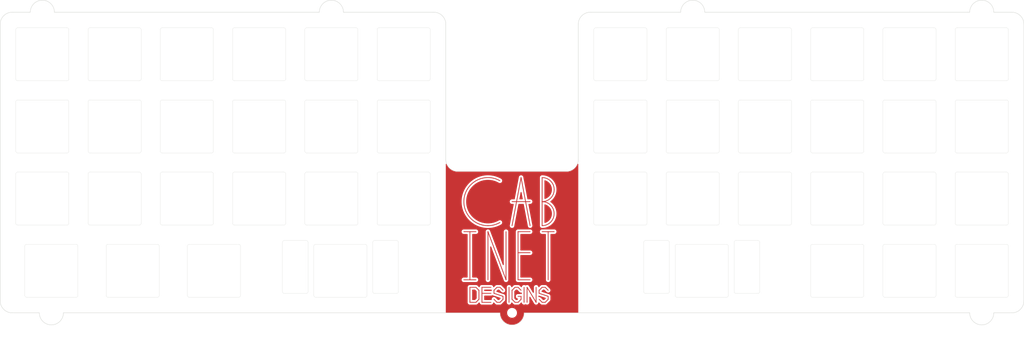
<source format=kicad_pcb>
(kicad_pcb (version 20221018) (generator pcbnew)
  (layers (0 "F.Cu" signal) (31 "B.Cu" signal) (34 "B.Paste" user) (35 "F.Paste" user) (36 "B.SilkS" user "B.Silkscreen") (37 "F.SilkS" user "F.Silkscreen") (38 "B.Mask" user) (39 "F.Mask" user) (44 "Edge.Cuts" user))
  (net 0 "")
  (footprint "PCM_marbastlib-xp-plate-mx:Plate_MX_1u" (layer "F.Cu") (at 120.65 90.4875)
    (fp_text reference "REF**" hide)
    (fp_text value "Plate_MX_1u")
    (fp_line (start -7 -6.5) (end -7 6.5) (stroke (width 0.05)) (layer "Edge.Cuts"))
    (fp_line (start -6.5 7) (end 6.5 7) (stroke (width 0.05)) (layer "Edge.Cuts"))
    (fp_line (start 6.5 -7) (end -6.5 -7) (stroke (width 0.05)) (layer "Edge.Cuts"))
    (fp_line (start 7 6.5) (end 7 -6.5) (stroke (width 0.05)) (layer "Edge.Cuts"))
    (fp_arc (start -7 -6.5) (mid -6.853553 -6.853553) (end -6.5 -7) (stroke (width 0.05)) (layer "Edge.Cuts"))
    (fp_arc (start -6.497236 6.998884) (mid -6.850789 6.852437) (end -6.997236 6.498884) (stroke (width 0.05)) (layer "Edge.Cuts"))
    (fp_arc (start 6.5 -7) (mid 6.853553 -6.853553) (end 7 -6.5) (stroke (width 0.05)) (layer "Edge.Cuts"))
    (fp_arc (start 7 6.5) (mid 6.853553 6.853553) (end 6.5 7) (stroke (width 0.05)) (layer "Edge.Cuts"))
  )
  (footprint "PCM_marbastlib-xp-plate-mx:Plate_MX_1u" (layer "F.Cu") (at 273.05 71.4375)
    (fp_text reference "REF**" hide)
    (fp_text value "Plate_MX_1u")
    (fp_line (start -7 -6.5) (end -7 6.5) (stroke (width 0.05)) (layer "Edge.Cuts"))
    (fp_line (start -6.5 7) (end 6.5 7) (stroke (width 0.05)) (layer "Edge.Cuts"))
    (fp_line (start 6.5 -7) (end -6.5 -7) (stroke (width 0.05)) (layer "Edge.Cuts"))
    (fp_line (start 7 6.5) (end 7 -6.5) (stroke (width 0.05)) (layer "Edge.Cuts"))
    (fp_arc (start -7 -6.5) (mid -6.853553 -6.853553) (end -6.5 -7) (stroke (width 0.05)) (layer "Edge.Cuts"))
    (fp_arc (start -6.497236 6.998884) (mid -6.850789 6.852437) (end -6.997236 6.498884) (stroke (width 0.05)) (layer "Edge.Cuts"))
    (fp_arc (start 6.5 -7) (mid 6.853553 -6.853553) (end 7 -6.5) (stroke (width 0.05)) (layer "Edge.Cuts"))
    (fp_arc (start 7 6.5) (mid 6.853553 6.853553) (end 6.5 7) (stroke (width 0.05)) (layer "Edge.Cuts"))
  )
  (footprint "PCM_marbastlib-xp-plate-mx:Plate_MX_1u" (layer "F.Cu") (at 234.95 71.4375)
    (fp_text reference "REF**" hide)
    (fp_text value "Plate_MX_1u")
    (fp_line (start -7 -6.5) (end -7 6.5) (stroke (width 0.05)) (layer "Edge.Cuts"))
    (fp_line (start -6.5 7) (end 6.5 7) (stroke (width 0.05)) (layer "Edge.Cuts"))
    (fp_line (start 6.5 -7) (end -6.5 -7) (stroke (width 0.05)) (layer "Edge.Cuts"))
    (fp_line (start 7 6.5) (end 7 -6.5) (stroke (width 0.05)) (layer "Edge.Cuts"))
    (fp_arc (start -7 -6.5) (mid -6.853553 -6.853553) (end -6.5 -7) (stroke (width 0.05)) (layer "Edge.Cuts"))
    (fp_arc (start -6.497236 6.998884) (mid -6.850789 6.852437) (end -6.997236 6.498884) (stroke (width 0.05)) (layer "Edge.Cuts"))
    (fp_arc (start 6.5 -7) (mid 6.853553 -6.853553) (end 7 -6.5) (stroke (width 0.05)) (layer "Edge.Cuts"))
    (fp_arc (start 7 6.5) (mid 6.853553 6.853553) (end 6.5 7) (stroke (width 0.05)) (layer "Edge.Cuts"))
  )
  (footprint "PCM_marbastlib-xp-plate-mx:Plate_MX_1u" (layer "F.Cu") (at 196.85 52.3875)
    (fp_text reference "REF**" hide)
    (fp_text value "Plate_MX_1u")
    (fp_line (start -7 -6.5) (end -7 6.5) (stroke (width 0.05)) (layer "Edge.Cuts"))
    (fp_line (start -6.5 7) (end 6.5 7) (stroke (width 0.05)) (layer "Edge.Cuts"))
    (fp_line (start 6.5 -7) (end -6.5 -7) (stroke (width 0.05)) (layer "Edge.Cuts"))
    (fp_line (start 7 6.5) (end 7 -6.5) (stroke (width 0.05)) (layer "Edge.Cuts"))
    (fp_arc (start -7 -6.5) (mid -6.853553 -6.853553) (end -6.5 -7) (stroke (width 0.05)) (layer "Edge.Cuts"))
    (fp_arc (start -6.497236 6.998884) (mid -6.850789 6.852437) (end -6.997236 6.498884) (stroke (width 0.05)) (layer "Edge.Cuts"))
    (fp_arc (start 6.5 -7) (mid 6.853553 -6.853553) (end 7 -6.5) (stroke (width 0.05)) (layer "Edge.Cuts"))
    (fp_arc (start 7 6.5) (mid 6.853553 6.853553) (end 6.5 7) (stroke (width 0.05)) (layer "Edge.Cuts"))
  )
  (footprint "PCM_marbastlib-xp-plate-mx:Plate_MX_2.25u" (layer "F.Cu") (at 103.98125 109.5375 180)
    (fp_text reference "REF**" hide)
    (fp_text value "Plate_MX_2.25u")
    (fp_line (start -15.28125 -5.499999) (end -15.28125 7.500001) (stroke (width 0.05)) (layer "Edge.Cuts"))
    (fp_line (start -14.78125 -5.999999) (end -9.03125 -5.999999) (stroke (width 0.05)) (layer "Edge.Cuts"))
    (fp_line (start -14.78125 8.000001) (end -9.03125 8.000001) (stroke (width 0.05)) (layer "Edge.Cuts"))
    (fp_line (start -8.53125 -5.499999) (end -8.53125 7.500001) (stroke (width 0.05)) (layer "Edge.Cuts"))
    (fp_line (start -7 -6.5) (end -7 6.5) (stroke (width 0.05)) (layer "Edge.Cuts"))
    (fp_line (start -6.5 7) (end 6.5 7) (stroke (width 0.05)) (layer "Edge.Cuts"))
    (fp_line (start 6.5 -7) (end -6.5 -7) (stroke (width 0.05)) (layer "Edge.Cuts"))
    (fp_line (start 7 6.5) (end 7 -6.5) (stroke (width 0.05)) (layer "Edge.Cuts"))
    (fp_line (start 8.53125 -5.499999) (end 8.53125 7.500001) (stroke (width 0.05)) (layer "Edge.Cuts"))
    (fp_line (start 9.03125 -5.999999) (end 14.780039 -5.999999) (stroke (width 0.05)) (layer "Edge.Cuts"))
    (fp_line (start 9.03125 8.000001) (end 14.78125 8.000001) (stroke (width 0.05)) (layer "Edge.Cuts"))
    (fp_line (start 15.280039 -5.499999) (end 15.28125 7.500001) (stroke (width 0.05)) (layer "Edge.Cuts"))
    (fp_arc (start -15.28125 -5.499999) (mid -15.134803 -5.853552) (end -14.78125 -5.999999) (stroke (width 0.05)) (layer "Edge.Cuts"))
    (fp_arc (start -14.78125 8.000001) (mid -15.134803 7.853554) (end -15.28125 7.500001) (stroke (width 0.05)) (layer "Edge.Cuts"))
    (fp_arc (start -9.03125 -5.999999) (mid -8.677697 -5.853552) (end -8.53125 -5.499999) (stroke (width 0.05)) (layer "Edge.Cuts"))
    (fp_arc (start -8.53125 7.500001) (mid -8.677697 7.853554) (end -9.03125 8.000001) (stroke (width 0.05)) (layer "Edge.Cuts"))
    (fp_arc (start -7 -6.5) (mid -6.853553 -6.853553) (end -6.5 -7) (stroke (width 0.05)) (layer "Edge.Cuts"))
    (fp_arc (start -6.497236 6.998884) (mid -6.850789 6.852437) (end -6.997236 6.498884) (stroke (width 0.05)) (layer "Edge.Cuts"))
    (fp_arc (start 6.5 -7) (mid 6.853553 -6.853553) (end 7 -6.5) (stroke (width 0.05)) (layer "Edge.Cuts"))
    (fp_arc (start 7 6.5) (mid 6.853553 6.853553) (end 6.5 7) (stroke (width 0.05)) (layer "Edge.Cuts"))
    (fp_arc (start 8.53125 -5.499999) (mid 8.677685 -5.853565) (end 9.03125 -5.999999) (stroke (width 0.05)) (layer "Edge.Cuts"))
    (fp_arc (start 9.03125 8.000001) (mid 8.677693 7.853543) (end 8.53125 7.500001) (stroke (width 0.05)) (layer "Edge.Cuts"))
    (fp_arc (start 14.780039 -5.999999) (mid 15.133602 -5.853545) (end 15.280039 -5.499999) (stroke (width 0.05)) (layer "Edge.Cuts"))
    (fp_arc (start 15.28125 7.500001) (mid 15.1348 7.853536) (end 14.78125 8.000001) (stroke (width 0.05)) (layer "Edge.Cuts"))
  )
  (footprint "MountingHole:MountingHole_2.1mm" (layer "F.Cu") (at 25.4 41.275)
    (fp_text reference "H1" hide)
    (fp_text value "MountingHole")
    (pad "" np_thru_hole circle (at 0 0) (size 2.1 2.1) (drill 2.1) (layers "*.Cu" "*.Mask"))
  )
  (footprint "PCM_marbastlib-xp-plate-mx:Plate_MX_1u" (layer "F.Cu") (at 177.8 71.4375)
    (fp_text reference "REF**" hide)
    (fp_text value "Plate_MX_1u")
    (fp_line (start -7 -6.5) (end -7 6.5) (stroke (width 0.05)) (layer "Edge.Cuts"))
    (fp_line (start -6.5 7) (end 6.5 7) (stroke (width 0.05)) (layer "Edge.Cuts"))
    (fp_line (start 6.5 -7) (end -6.5 -7) (stroke (width 0.05)) (layer "Edge.Cuts"))
    (fp_line (start 7 6.5) (end 7 -6.5) (stroke (width 0.05)) (layer "Edge.Cuts"))
    (fp_arc (start -7 -6.5) (mid -6.853553 -6.853553) (end -6.5 -7) (stroke (width 0.05)) (layer "Edge.Cuts"))
    (fp_arc (start -6.497236 6.998884) (mid -6.850789 6.852437) (end -6.997236 6.498884) (stroke (width 0.05)) (layer "Edge.Cuts"))
    (fp_arc (start 6.5 -7) (mid 6.853553 -6.853553) (end 7 -6.5) (stroke (width 0.05)) (layer "Edge.Cuts"))
    (fp_arc (start 7 6.5) (mid 6.853553 6.853553) (end 6.5 7) (stroke (width 0.05)) (layer "Edge.Cuts"))
  )
  (footprint "PCM_marbastlib-xp-plate-mx:Plate_MX_1u" (layer "F.Cu") (at 215.9 90.4875)
    (fp_text reference "REF**" hide)
    (fp_text value "Plate_MX_1u")
    (fp_line (start -7 -6.5) (end -7 6.5) (stroke (width 0.05)) (layer "Edge.Cuts"))
    (fp_line (start -6.5 7) (end 6.5 7) (stroke (width 0.05)) (layer "Edge.Cuts"))
    (fp_line (start 6.5 -7) (end -6.5 -7) (stroke (width 0.05)) (layer "Edge.Cuts"))
    (fp_line (start 7 6.5) (end 7 -6.5) (stroke (width 0.05)) (layer "Edge.Cuts"))
    (fp_arc (start -7 -6.5) (mid -6.853553 -6.853553) (end -6.5 -7) (stroke (width 0.05)) (layer "Edge.Cuts"))
    (fp_arc (start -6.497236 6.998884) (mid -6.850789 6.852437) (end -6.997236 6.498884) (stroke (width 0.05)) (layer "Edge.Cuts"))
    (fp_arc (start 6.5 -7) (mid 6.853553 -6.853553) (end 7 -6.5) (stroke (width 0.05)) (layer "Edge.Cuts"))
    (fp_arc (start 7 6.5) (mid 6.853553 6.853553) (end 6.5 7) (stroke (width 0.05)) (layer "Edge.Cuts"))
  )
  (footprint "PCM_marbastlib-xp-plate-mx:Plate_MX_2.75u" (layer "F.Cu") (at 199.23125 109.5375 180)
    (fp_text reference "REF**" hide)
    (fp_text value "Plate_MX_2.75u")
    (fp_line (start -15.28125 -5.499999) (end -15.28125 7.500001) (stroke (width 0.05)) (layer "Edge.Cuts"))
    (fp_line (start -14.78125 -5.999999) (end -9.03125 -5.999999) (stroke (width 0.05)) (layer "Edge.Cuts"))
    (fp_line (start -14.78125 8.000001) (end -9.03125 8.000001) (stroke (width 0.05)) (layer "Edge.Cuts"))
    (fp_line (start -8.53125 -5.499999) (end -8.53125 7.500001) (stroke (width 0.05)) (layer "Edge.Cuts"))
    (fp_line (start -7 -6.5) (end -7 6.5) (stroke (width 0.05)) (layer "Edge.Cuts"))
    (fp_line (start -6.5 7) (end 6.5 7) (stroke (width 0.05)) (layer "Edge.Cuts"))
    (fp_line (start 6.5 -7) (end -6.5 -7) (stroke (width 0.05)) (layer "Edge.Cuts"))
    (fp_line (start 7 6.5) (end 7 -6.5) (stroke (width 0.05)) (layer "Edge.Cuts"))
    (fp_line (start 8.53125 -5.499999) (end 8.53125 7.500001) (stroke (width 0.05)) (layer "Edge.Cuts"))
    (fp_line (start 9.03125 -5.999999) (end 14.780039 -5.999999) (stroke (width 0.05)) (layer "Edge.Cuts"))
    (fp_line (start 9.03125 8.000001) (end 14.78125 8.000001) (stroke (width 0.05)) (layer "Edge.Cuts"))
    (fp_line (start 15.280039 -5.499999) (end 15.28125 7.500001) (stroke (width 0.05)) (layer "Edge.Cuts"))
    (fp_arc (start -15.28125 -5.499999) (mid -15.134803 -5.853552) (end -14.78125 -5.999999) (stroke (width 0.05)) (layer "Edge.Cuts"))
    (fp_arc (start -14.78125 8.000001) (mid -15.134803 7.853554) (end -15.28125 7.500001) (stroke (width 0.05)) (layer "Edge.Cuts"))
    (fp_arc (start -9.03125 -5.999999) (mid -8.677697 -5.853552) (end -8.53125 -5.499999) (stroke (width 0.05)) (layer "Edge.Cuts"))
    (fp_arc (start -8.53125 7.500001) (mid -8.677697 7.853554) (end -9.03125 8.000001) (stroke (width 0.05)) (layer "Edge.Cuts"))
    (fp_arc (start -7 -6.5) (mid -6.853553 -6.853553) (end -6.5 -7) (stroke (width 0.05)) (layer "Edge.Cuts"))
    (fp_arc (start -6.497236 6.998884) (mid -6.850789 6.852437) (end -6.997236 6.498884) (stroke (width 0.05)) (layer "Edge.Cuts"))
    (fp_arc (start 6.5 -7) (mid 6.853553 -6.853553) (end 7 -6.5) (stroke (width 0.05)) (layer "Edge.Cuts"))
    (fp_arc (start 7 6.5) (mid 6.853553 6.853553) (end 6.5 7) (stroke (width 0.05)) (layer "Edge.Cuts"))
    (fp_arc (start 8.53125 -5.499999) (mid 8.677685 -5.853565) (end 9.03125 -5.999999) (stroke (width 0.05)) (layer "Edge.Cuts"))
    (fp_arc (start 9.03125 8.000001) (mid 8.677693 7.853543) (end 8.53125 7.500001) (stroke (width 0.05)) (layer "Edge.Cuts"))
    (fp_arc (start 14.780039 -5.999999) (mid 15.133602 -5.853545) (end 15.280039 -5.499999) (stroke (width 0.05)) (layer "Edge.Cuts"))
    (fp_arc (start 15.28125 7.500001) (mid 15.1348 7.853536) (end 14.78125 8.000001) (stroke (width 0.05)) (layer "Edge.Cuts"))
  )
  (footprint "PCM_marbastlib-xp-plate-mx:Plate_MX_1u" (layer "F.Cu") (at 273.05 109.5375)
    (fp_text reference "REF**" hide)
    (fp_text value "Plate_MX_1u")
    (fp_line (start -7 -6.5) (end -7 6.5) (stroke (width 0.05)) (layer "Edge.Cuts"))
    (fp_line (start -6.5 7) (end 6.5 7) (stroke (width 0.05)) (layer "Edge.Cuts"))
    (fp_line (start 6.5 -7) (end -6.5 -7) (stroke (width 0.05)) (layer "Edge.Cuts"))
    (fp_line (start 7 6.5) (end 7 -6.5) (stroke (width 0.05)) (layer "Edge.Cuts"))
    (fp_arc (start -7 -6.5) (mid -6.853553 -6.853553) (end -6.5 -7) (stroke (width 0.05)) (layer "Edge.Cuts"))
    (fp_arc (start -6.497236 6.998884) (mid -6.850789 6.852437) (end -6.997236 6.498884) (stroke (width 0.05)) (layer "Edge.Cuts"))
    (fp_arc (start 6.5 -7) (mid 6.853553 -6.853553) (end 7 -6.5) (stroke (width 0.05)) (layer "Edge.Cuts"))
    (fp_arc (start 7 6.5) (mid 6.853553 6.853553) (end 6.5 7) (stroke (width 0.05)) (layer "Edge.Cuts"))
  )
  (footprint "MountingHole:MountingHole_2.1mm" (layer "F.Cu") (at 149.225 120.65)
    (fp_text reference "H6" hide)
    (fp_text value "MountingHole")
    (pad "" np_thru_hole circle (at 0 0) (size 2.1 2.1) (drill 2.1) (layers "*.Cu" "*.Mask"))
  )
  (footprint "PCM_marbastlib-xp-plate-mx:Plate_MX_1u" (layer "F.Cu") (at 63.5 52.3875)
    (fp_text reference "REF**" hide)
    (fp_text value "Plate_MX_1u")
    (fp_line (start -7 -6.5) (end -7 6.5) (stroke (width 0.05)) (layer "Edge.Cuts"))
    (fp_line (start -6.5 7) (end 6.5 7) (stroke (width 0.05)) (layer "Edge.Cuts"))
    (fp_line (start 6.5 -7) (end -6.5 -7) (stroke (width 0.05)) (layer "Edge.Cuts"))
    (fp_line (start 7 6.5) (end 7 -6.5) (stroke (width 0.05)) (layer "Edge.Cuts"))
    (fp_arc (start -7 -6.5) (mid -6.853553 -6.853553) (end -6.5 -7) (stroke (width 0.05)) (layer "Edge.Cuts"))
    (fp_arc (start -6.497236 6.998884) (mid -6.850789 6.852437) (end -6.997236 6.498884) (stroke (width 0.05)) (layer "Edge.Cuts"))
    (fp_arc (start 6.5 -7) (mid 6.853553 -6.853553) (end 7 -6.5) (stroke (width 0.05)) (layer "Edge.Cuts"))
    (fp_arc (start 7 6.5) (mid 6.853553 6.853553) (end 6.5 7) (stroke (width 0.05)) (layer "Edge.Cuts"))
  )
  (footprint "PCM_marbastlib-xp-plate-mx:Plate_MX_1u" (layer "F.Cu") (at 25.4 52.3875)
    (fp_text reference "REF**" hide)
    (fp_text value "Plate_MX_1u")
    (fp_line (start -7 -6.5) (end -7 6.5) (stroke (width 0.05)) (layer "Edge.Cuts"))
    (fp_line (start -6.5 7) (end 6.5 7) (stroke (width 0.05)) (layer "Edge.Cuts"))
    (fp_line (start 6.5 -7) (end -6.5 -7) (stroke (width 0.05)) (layer "Edge.Cuts"))
    (fp_line (start 7 6.5) (end 7 -6.5) (stroke (width 0.05)) (layer "Edge.Cuts"))
    (fp_arc (start -7 -6.5) (mid -6.853553 -6.853553) (end -6.5 -7) (stroke (width 0.05)) (layer "Edge.Cuts"))
    (fp_arc (start -6.497236 6.998884) (mid -6.850789 6.852437) (end -6.997236 6.498884) (stroke (width 0.05)) (layer "Edge.Cuts"))
    (fp_arc (start 6.5 -7) (mid 6.853553 -6.853553) (end 7 -6.5) (stroke (width 0.05)) (layer "Edge.Cuts"))
    (fp_arc (start 7 6.5) (mid 6.853553 6.853553) (end 6.5 7) (stroke (width 0.05)) (layer "Edge.Cuts"))
  )
  (footprint "PCM_marbastlib-xp-plate-mx:Plate_MX_1u" (layer "F.Cu") (at 25.4 90.4875)
    (fp_text reference "REF**" hide)
    (fp_text value "Plate_MX_1u")
    (fp_line (start -7 -6.5) (end -7 6.5) (stroke (width 0.05)) (layer "Edge.Cuts"))
    (fp_line (start -6.5 7) (end 6.5 7) (stroke (width 0.05)) (layer "Edge.Cuts"))
    (fp_line (start 6.5 -7) (end -6.5 -7) (stroke (width 0.05)) (layer "Edge.Cuts"))
    (fp_line (start 7 6.5) (end 7 -6.5) (stroke (width 0.05)) (layer "Edge.Cuts"))
    (fp_arc (start -7 -6.5) (mid -6.853553 -6.853553) (end -6.5 -7) (stroke (width 0.05)) (layer "Edge.Cuts"))
    (fp_arc (start -6.497236 6.998884) (mid -6.850789 6.852437) (end -6.997236 6.498884) (stroke (width 0.05)) (layer "Edge.Cuts"))
    (fp_arc (start 6.5 -7) (mid 6.853553 -6.853553) (end 7 -6.5) (stroke (width 0.05)) (layer "Edge.Cuts"))
    (fp_arc (start 7 6.5) (mid 6.853553 6.853553) (end 6.5 7) (stroke (width 0.05)) (layer "Edge.Cuts"))
  )
  (footprint "PCM_marbastlib-xp-plate-mx:Plate_MX_1u" (layer "F.Cu") (at 25.4 71.4375)
    (fp_text reference "REF**" hide)
    (fp_text value "Plate_MX_1u")
    (fp_line (start -7 -6.5) (end -7 6.5) (stroke (width 0.05)) (layer "Edge.Cuts"))
    (fp_line (start -6.5 7) (end 6.5 7) (stroke (width 0.05)) (layer "Edge.Cuts"))
    (fp_line (start 6.5 -7) (end -6.5 -7) (stroke (width 0.05)) (layer "Edge.Cuts"))
    (fp_line (start 7 6.5) (end 7 -6.5) (stroke (width 0.05)) (layer "Edge.Cuts"))
    (fp_arc (start -7 -6.5) (mid -6.853553 -6.853553) (end -6.5 -7) (stroke (width 0.05)) (layer "Edge.Cuts"))
    (fp_arc (start -6.497236 6.998884) (mid -6.850789 6.852437) (end -6.997236 6.498884) (stroke (width 0.05)) (layer "Edge.Cuts"))
    (fp_arc (start 6.5 -7) (mid 6.853553 -6.853553) (end 7 -6.5) (stroke (width 0.05)) (layer "Edge.Cuts"))
    (fp_arc (start 7 6.5) (mid 6.853553 6.853553) (end 6.5 7) (stroke (width 0.05)) (layer "Edge.Cuts"))
  )
  (footprint "MountingHole:MountingHole_2.1mm" (layer "F.Cu") (at 273.05 41.275)
    (fp_text reference "H4" hide)
    (fp_text value "MountingHole")
    (pad "" np_thru_hole circle (at 0 0) (size 2.1 2.1) (drill 2.1) (layers "*.Cu" "*.Mask"))
  )
  (footprint "PCM_marbastlib-xp-plate-mx:Plate_MX_1u" (layer "F.Cu") (at 63.5 90.4875)
    (fp_text reference "REF**" hide)
    (fp_text value "Plate_MX_1u")
    (fp_line (start -7 -6.5) (end -7 6.5) (stroke (width 0.05)) (layer "Edge.Cuts"))
    (fp_line (start -6.5 7) (end 6.5 7) (stroke (width 0.05)) (layer "Edge.Cuts"))
    (fp_line (start 6.5 -7) (end -6.5 -7) (stroke (width 0.05)) (layer "Edge.Cuts"))
    (fp_line (start 7 6.5) (end 7 -6.5) (stroke (width 0.05)) (layer "Edge.Cuts"))
    (fp_arc (start -7 -6.5) (mid -6.853553 -6.853553) (end -6.5 -7) (stroke (width 0.05)) (layer "Edge.Cuts"))
    (fp_arc (start -6.497236 6.998884) (mid -6.850789 6.852437) (end -6.997236 6.498884) (stroke (width 0.05)) (layer "Edge.Cuts"))
    (fp_arc (start 6.5 -7) (mid 6.853553 -6.853553) (end 7 -6.5) (stroke (width 0.05)) (layer "Edge.Cuts"))
    (fp_arc (start 7 6.5) (mid 6.853553 6.853553) (end 6.5 7) (stroke (width 0.05)) (layer "Edge.Cuts"))
  )
  (footprint "MountingHole:MountingHole_2.1mm" (layer "F.Cu") (at 27.78125 120.65)
    (fp_text reference "H5" hide)
    (fp_text value "MountingHole")
    (pad "" np_thru_hole circle (at 0 0) (size 2.1 2.1) (drill 2.1) (layers "*.Cu" "*.Mask"))
  )
  (footprint "PCM_marbastlib-xp-plate-mx:Plate_MX_1u" (layer "F.Cu") (at 101.6 90.4875)
    (fp_text reference "REF**" hide)
    (fp_text value "Plate_MX_1u")
    (fp_line (start -7 -6.5) (end -7 6.5) (stroke (width 0.05)) (layer "Edge.Cuts"))
    (fp_line (start -6.5 7) (end 6.5 7) (stroke (width 0.05)) (layer "Edge.Cuts"))
    (fp_line (start 6.5 -7) (end -6.5 -7) (stroke (width 0.05)) (layer "Edge.Cuts"))
    (fp_line (start 7 6.5) (end 7 -6.5) (stroke (width 0.05)) (layer "Edge.Cuts"))
    (fp_arc (start -7 -6.5) (mid -6.853553 -6.853553) (end -6.5 -7) (stroke (width 0.05)) (layer "Edge.Cuts"))
    (fp_arc (start -6.497236 6.998884) (mid -6.850789 6.852437) (end -6.997236 6.498884) (stroke (width 0.05)) (layer "Edge.Cuts"))
    (fp_arc (start 6.5 -7) (mid 6.853553 -6.853553) (end 7 -6.5) (stroke (width 0.05)) (layer "Edge.Cuts"))
    (fp_arc (start 7 6.5) (mid 6.853553 6.853553) (end 6.5 7) (stroke (width 0.05)) (layer "Edge.Cuts"))
  )
  (footprint "PCM_marbastlib-xp-plate-mx:Plate_MX_1u" (layer "F.Cu") (at 101.6 52.3875)
    (fp_text reference "REF**" hide)
    (fp_text value "Plate_MX_1u")
    (fp_line (start -7 -6.5) (end -7 6.5) (stroke (width 0.05)) (layer "Edge.Cuts"))
    (fp_line (start -6.5 7) (end 6.5 7) (stroke (width 0.05)) (layer "Edge.Cuts"))
    (fp_line (start 6.5 -7) (end -6.5 -7) (stroke (width 0.05)) (layer "Edge.Cuts"))
    (fp_line (start 7 6.5) (end 7 -6.5) (stroke (width 0.05)) (layer "Edge.Cuts"))
    (fp_arc (start -7 -6.5) (mid -6.853553 -6.853553) (end -6.5 -7) (stroke (width 0.05)) (layer "Edge.Cuts"))
    (fp_arc (start -6.497236 6.998884) (mid -6.850789 6.852437) (end -6.997236 6.498884) (stroke (width 0.05)) (layer "Edge.Cuts"))
    (fp_arc (start 6.5 -7) (mid 6.853553 -6.853553) (end 7 -6.5) (stroke (width 0.05)) (layer "Edge.Cuts"))
    (fp_arc (start 7 6.5) (mid 6.853553 6.853553) (end 6.5 7) (stroke (width 0.05)) (layer "Edge.Cuts"))
  )
  (footprint "PCM_marbastlib-xp-plate-mx:Plate_MX_1u" (layer "F.Cu") (at 44.45 90.4875)
    (fp_text reference "REF**" hide)
    (fp_text value "Plate_MX_1u")
    (fp_line (start -7 -6.5) (end -7 6.5) (stroke (width 0.05)) (layer "Edge.Cuts"))
    (fp_line (start -6.5 7) (end 6.5 7) (stroke (width 0.05)) (layer "Edge.Cuts"))
    (fp_line (start 6.5 -7) (end -6.5 -7) (stroke (width 0.05)) (layer "Edge.Cuts"))
    (fp_line (start 7 6.5) (end 7 -6.5) (stroke (width 0.05)) (layer "Edge.Cuts"))
    (fp_arc (start -7 -6.5) (mid -6.853553 -6.853553) (end -6.5 -7) (stroke (width 0.05)) (layer "Edge.Cuts"))
    (fp_arc (start -6.497236 6.998884) (mid -6.850789 6.852437) (end -6.997236 6.498884) (stroke (width 0.05)) (layer "Edge.Cuts"))
    (fp_arc (start 6.5 -7) (mid 6.853553 -6.853553) (end 7 -6.5) (stroke (width 0.05)) (layer "Edge.Cuts"))
    (fp_arc (start 7 6.5) (mid 6.853553 6.853553) (end 6.5 7) (stroke (width 0.05)) (layer "Edge.Cuts"))
  )
  (footprint "PCM_marbastlib-xp-plate-mx:Plate_MX_1u" (layer "F.Cu") (at 196.85 90.4875)
    (fp_text reference "REF**" hide)
    (fp_text value "Plate_MX_1u")
    (fp_line (start -7 -6.5) (end -7 6.5) (stroke (width 0.05)) (layer "Edge.Cuts"))
    (fp_line (start -6.5 7) (end 6.5 7) (stroke (width 0.05)) (layer "Edge.Cuts"))
    (fp_line (start 6.5 -7) (end -6.5 -7) (stroke (width 0.05)) (layer "Edge.Cuts"))
    (fp_line (start 7 6.5) (end 7 -6.5) (stroke (width 0.05)) (layer "Edge.Cuts"))
    (fp_arc (start -7 -6.5) (mid -6.853553 -6.853553) (end -6.5 -7) (stroke (width 0.05)) (layer "Edge.Cuts"))
    (fp_arc (start -6.497236 6.998884) (mid -6.850789 6.852437) (end -6.997236 6.498884) (stroke (width 0.05)) (layer "Edge.Cuts"))
    (fp_arc (start 6.5 -7) (mid 6.853553 -6.853553) (end 7 -6.5) (stroke (width 0.05)) (layer "Edge.Cuts"))
    (fp_arc (start 7 6.5) (mid 6.853553 6.853553) (end 6.5 7) (stroke (width 0.05)) (layer "Edge.Cuts"))
  )
  (footprint "PCM_marbastlib-xp-plate-mx:Plate_MX_1u" (layer "F.Cu") (at 215.9 71.4375)
    (fp_text reference "REF**" hide)
    (fp_text value "Plate_MX_1u")
    (fp_line (start -7 -6.5) (end -7 6.5) (stroke (width 0.05)) (layer "Edge.Cuts"))
    (fp_line (start -6.5 7) (end 6.5 7) (stroke (width 0.05)) (layer "Edge.Cuts"))
    (fp_line (start 6.5 -7) (end -6.5 -7) (stroke (width 0.05)) (layer "Edge.Cuts"))
    (fp_line (start 7 6.5) (end 7 -6.5) (stroke (width 0.05)) (layer "Edge.Cuts"))
    (fp_arc (start -7 -6.5) (mid -6.853553 -6.853553) (end -6.5 -7) (stroke (width 0.05)) (layer "Edge.Cuts"))
    (fp_arc (start -6.497236 6.998884) (mid -6.850789 6.852437) (end -6.997236 6.498884) (stroke (width 0.05)) (layer "Edge.Cuts"))
    (fp_arc (start 6.5 -7) (mid 6.853553 -6.853553) (end 7 -6.5) (stroke (width 0.05)) (layer "Edge.Cuts"))
    (fp_arc (start 7 6.5) (mid 6.853553 6.853553) (end 6.5 7) (stroke (width 0.05)) (layer "Edge.Cuts"))
  )
  (footprint "PCM_marbastlib-xp-plate-mx:Plate_MX_1u" (layer "F.Cu") (at 82.55 90.4875)
    (fp_text reference "REF**" hide)
    (fp_text value "Plate_MX_1u")
    (fp_line (start -7 -6.5) (end -7 6.5) (stroke (width 0.05)) (layer "Edge.Cuts"))
    (fp_line (start -6.5 7) (end 6.5 7) (stroke (width 0.05)) (layer "Edge.Cuts"))
    (fp_line (start 6.5 -7) (end -6.5 -7) (stroke (width 0.05)) (layer "Edge.Cuts"))
    (fp_line (start 7 6.5) (end 7 -6.5) (stroke (width 0.05)) (layer "Edge.Cuts"))
    (fp_arc (start -7 -6.5) (mid -6.853553 -6.853553) (end -6.5 -7) (stroke (width 0.05)) (layer "Edge.Cuts"))
    (fp_arc (start -6.497236 6.998884) (mid -6.850789 6.852437) (end -6.997236 6.498884) (stroke (width 0.05)) (layer "Edge.Cuts"))
    (fp_arc (start 6.5 -7) (mid 6.853553 -6.853553) (end 7 -6.5) (stroke (width 0.05)) (layer "Edge.Cuts"))
    (fp_arc (start 7 6.5) (mid 6.853553 6.853553) (end 6.5 7) (stroke (width 0.05)) (layer "Edge.Cuts"))
  )
  (footprint "PCM_marbastlib-xp-plate-mx:Plate_MX_1u" (layer "F.Cu") (at 254 52.3875)
    (fp_text reference "REF**" hide)
    (fp_text value "Plate_MX_1u")
    (fp_line (start -7 -6.5) (end -7 6.5) (stroke (width 0.05)) (layer "Edge.Cuts"))
    (fp_line (start -6.5 7) (end 6.5 7) (stroke (width 0.05)) (layer "Edge.Cuts"))
    (fp_line (start 6.5 -7) (end -6.5 -7) (stroke (width 0.05)) (layer "Edge.Cuts"))
    (fp_line (start 7 6.5) (end 7 -6.5) (stroke (width 0.05)) (layer "Edge.Cuts"))
    (fp_arc (start -7 -6.5) (mid -6.853553 -6.853553) (end -6.5 -7) (stroke (width 0.05)) (layer "Edge.Cuts"))
    (fp_arc (start -6.497236 6.998884) (mid -6.850789 6.852437) (end -6.997236 6.498884) (stroke (width 0.05)) (layer "Edge.Cuts"))
    (fp_arc (start 6.5 -7) (mid 6.853553 -6.853553) (end 7 -6.5) (stroke (width 0.05)) (layer "Edge.Cuts"))
    (fp_arc (start 7 6.5) (mid 6.853553 6.853553) (end 6.5 7) (stroke (width 0.05)) (layer "Edge.Cuts"))
  )
  (footprint "PCM_marbastlib-xp-plate-mx:Plate_MX_1u" (layer "F.Cu") (at 49.2125 109.5375)
    (fp_text reference "REF**" hide)
    (fp_text value "Plate_MX_1u")
    (fp_line (start -7 -6.5) (end -7 6.5) (stroke (width 0.05)) (layer "Edge.Cuts"))
    (fp_line (start -6.5 7) (end 6.5 7) (stroke (width 0.05)) (layer "Edge.Cuts"))
    (fp_line (start 6.5 -7) (end -6.5 -7) (stroke (width 0.05)) (layer "Edge.Cuts"))
    (fp_line (start 7 6.5) (end 7 -6.5) (stroke (width 0.05)) (layer "Edge.Cuts"))
    (fp_arc (start -7 -6.5) (mid -6.853553 -6.853553) (end -6.5 -7) (stroke (width 0.05)) (layer "Edge.Cuts"))
    (fp_arc (start -6.497236 6.998884) (mid -6.850789 6.852437) (end -6.997236 6.498884) (stroke (width 0.05)) (layer "Edge.Cuts"))
    (fp_arc (start 6.5 -7) (mid 6.853553 -6.853553) (end 7 -6.5) (stroke (width 0.05)) (layer "Edge.Cuts"))
    (fp_arc (start 7 6.5) (mid 6.853553 6.853553) (end 6.5 7) (stroke (width 0.05)) (layer "Edge.Cuts"))
  )
  (footprint "PCM_marbastlib-xp-plate-mx:Plate_MX_1.25u" (layer "F.Cu") (at 27.78125 109.5375)
    (fp_text reference "REF**" hide)
    (fp_text value "Plate_MX_1.25u")
    (fp_line (start -7 -6.5) (end -7 6.5) (stroke (width 0.05)) (layer "Edge.Cuts"))
    (fp_line (start -6.5 7) (end 6.5 7) (stroke (width 0.05)) (layer "Edge.Cuts"))
    (fp_line (start 6.5 -7) (end -6.5 -7) (stroke (width 0.05)) (layer "Edge.Cuts"))
    (fp_line (start 7 6.5) (end 7 -6.5) (stroke (width 0.05)) (layer "Edge.Cuts"))
    (fp_arc (start -7 -6.5) (mid -6.853553 -6.853553) (end -6.5 -7) (stroke (width 0.05)) (layer "Edge.Cuts"))
    (fp_arc (start -6.497236 6.998884) (mid -6.850789 6.852437) (end -6.997236 6.498884) (stroke (width 0.05)) (layer "Edge.Cuts"))
    (fp_arc (start 6.5 -7) (mid 6.853553 -6.853553) (end 7 -6.5) (stroke (width 0.05)) (layer "Edge.Cuts"))
    (fp_arc (start 7 6.5) (mid 6.853553 6.853553) (end 6.5 7) (stroke (width 0.05)) (layer "Edge.Cuts"))
  )
  (footprint "PCM_marbastlib-xp-plate-mx:Plate_MX_1u" (layer "F.Cu") (at 254 109.5375)
    (fp_text reference "REF**" hide)
    (fp_text value "Plate_MX_1u")
    (fp_line (start -7 -6.5) (end -7 6.5) (stroke (width 0.05)) (layer "Edge.Cuts"))
    (fp_line (start -6.5 7) (end 6.5 7) (stroke (width 0.05)) (layer "Edge.Cuts"))
    (fp_line (start 6.5 -7) (end -6.5 -7) (stroke (width 0.05)) (layer "Edge.Cuts"))
    (fp_line (start 7 6.5) (end 7 -6.5) (stroke (width 0.05)) (layer "Edge.Cuts"))
    (fp_arc (start -7 -6.5) (mid -6.853553 -6.853553) (end -6.5 -7) (stroke (width 0.05)) (layer "Edge.Cuts"))
    (fp_arc (start -6.497236 6.998884) (mid -6.850789 6.852437) (end -6.997236 6.498884) (stroke (width 0.05)) (layer "Edge.Cuts"))
    (fp_arc (start 6.5 -7) (mid 6.853553 -6.853553) (end 7 -6.5) (stroke (width 0.05)) (layer "Edge.Cuts"))
    (fp_arc (start 7 6.5) (mid 6.853553 6.853553) (end 6.5 7) (stroke (width 0.05)) (layer "Edge.Cuts"))
  )
  (footprint "PCM_marbastlib-xp-plate-mx:Plate_MX_1u" (layer "F.Cu") (at 254 71.4375)
    (fp_text reference "REF**" hide)
    (fp_text value "Plate_MX_1u")
    (fp_line (start -7 -6.5) (end -7 6.5) (stroke (width 0.05)) (layer "Edge.Cuts"))
    (fp_line (start -6.5 7) (end 6.5 7) (stroke (width 0.05)) (layer "Edge.Cuts"))
    (fp_line (start 6.5 -7) (end -6.5 -7) (stroke (width 0.05)) (layer "Edge.Cuts"))
    (fp_line (start 7 6.5) (end 7 -6.5) (stroke (width 0.05)) (layer "Edge.Cuts"))
    (fp_arc (start -7 -6.5) (mid -6.853553 -6.853553) (end -6.5 -7) (stroke (width 0.05)) (layer "Edge.Cuts"))
    (fp_arc (start -6.497236 6.998884) (mid -6.850789 6.852437) (end -6.997236 6.498884) (stroke (width 0.05)) (layer "Edge.Cuts"))
    (fp_arc (start 6.5 -7) (mid 6.853553 -6.853553) (end 7 -6.5) (stroke (width 0.05)) (layer "Edge.Cuts"))
    (fp_arc (start 7 6.5) (mid 6.853553 6.853553) (end 6.5 7) (stroke (width 0.05)) (layer "Edge.Cuts"))
  )
  (footprint "PCM_marbastlib-xp-plate-mx:Plate_MX_1u" (layer "F.Cu") (at 273.05 90.4875)
    (fp_text reference "REF**" hide)
    (fp_text value "Plate_MX_1u")
    (fp_line (start -7 -6.5) (end -7 6.5) (stroke (width 0.05)) (layer "Edge.Cuts"))
    (fp_line (start -6.5 7) (end 6.5 7) (stroke (width 0.05)) (layer "Edge.Cuts"))
    (fp_line (start 6.5 -7) (end -6.5 -7) (stroke (width 0.05)) (layer "Edge.Cuts"))
    (fp_line (start 7 6.5) (end 7 -6.5) (stroke (width 0.05)) (layer "Edge.Cuts"))
    (fp_arc (start -7 -6.5) (mid -6.853553 -6.853553) (end -6.5 -7) (stroke (width 0.05)) (layer "Edge.Cuts"))
    (fp_arc (start -6.497236 6.998884) (mid -6.850789 6.852437) (end -6.997236 6.498884) (stroke (width 0.05)) (layer "Edge.Cuts"))
    (fp_arc (start 6.5 -7) (mid 6.853553 -6.853553) (end 7 -6.5) (stroke (width 0.05)) (layer "Edge.Cuts"))
    (fp_arc (start 7 6.5) (mid 6.853553 6.853553) (end 6.5 7) (stroke (width 0.05)) (layer "Edge.Cuts"))
  )
  (footprint "PCM_marbastlib-xp-plate-mx:Plate_MX_1u" (layer "F.Cu") (at 196.85 71.4375)
    (fp_text reference "REF**" hide)
    (fp_text value "Plate_MX_1u")
    (fp_line (start -7 -6.5) (end -7 6.5) (stroke (width 0.05)) (layer "Edge.Cuts"))
    (fp_line (start -6.5 7) (end 6.5 7) (stroke (width 0.05)) (layer "Edge.Cuts"))
    (fp_line (start 6.5 -7) (end -6.5 -7) (stroke (width 0.05)) (layer "Edge.Cuts"))
    (fp_line (start 7 6.5) (end 7 -6.5) (stroke (width 0.05)) (layer "Edge.Cuts"))
    (fp_arc (start -7 -6.5) (mid -6.853553 -6.853553) (end -6.5 -7) (stroke (width 0.05)) (layer "Edge.Cuts"))
    (fp_arc (start -6.497236 6.998884) (mid -6.850789 6.852437) (end -6.997236 6.498884) (stroke (width 0.05)) (layer "Edge.Cuts"))
    (fp_arc (start 6.5 -7) (mid 6.853553 -6.853553) (end 7 -6.5) (stroke (width 0.05)) (layer "Edge.Cuts"))
    (fp_arc (start 7 6.5) (mid 6.853553 6.853553) (end 6.5 7) (stroke (width 0.05)) (layer "Edge.Cuts"))
  )
  (footprint "PCM_marbastlib-xp-plate-mx:Plate_MX_1u" (layer "F.Cu") (at 177.8 90.4875)
    (fp_text reference "REF**" hide)
    (fp_text value "Plate_MX_1u")
    (fp_line (start -7 -6.5) (end -7 6.5) (stroke (width 0.05)) (layer "Edge.Cuts"))
    (fp_line (start -6.5 7) (end 6.5 7) (stroke (width 0.05)) (layer "Edge.Cuts"))
    (fp_line (start 6.5 -7) (end -6.5 -7) (stroke (width 0.05)) (layer "Edge.Cuts"))
    (fp_line (start 7 6.5) (end 7 -6.5) (stroke (width 0.05)) (layer "Edge.Cuts"))
    (fp_arc (start -7 -6.5) (mid -6.853553 -6.853553) (end -6.5 -7) (stroke (width 0.05)) (layer "Edge.Cuts"))
    (fp_arc (start -6.497236 6.998884) (mid -6.850789 6.852437) (end -6.997236 6.498884) (stroke (width 0.05)) (layer "Edge.Cuts"))
    (fp_arc (start 6.5 -7) (mid 6.853553 -6.853553) (end 7 -6.5) (stroke (width 0.05)) (layer "Edge.Cuts"))
    (fp_arc (start 7 6.5) (mid 6.853553 6.853553) (end 6.5 7) (stroke (width 0.05)) (layer "Edge.Cuts"))
  )
  (footprint "PCM_marbastlib-xp-plate-mx:Plate_MX_1u" (layer "F.Cu") (at 44.45 52.3875)
    (fp_text reference "REF**" hide)
    (fp_text value "Plate_MX_1u")
    (fp_line (start -7 -6.5) (end -7 6.5) (stroke (width 0.05)) (layer "Edge.Cuts"))
    (fp_line (start -6.5 7) (end 6.5 7) (stroke (width 0.05)) (layer "Edge.Cuts"))
    (fp_line (start 6.5 -7) (end -6.5 -7) (stroke (width 0.05)) (layer "Edge.Cuts"))
    (fp_line (start 7 6.5) (end 7 -6.5) (stroke (width 0.05)) (layer "Edge.Cuts"))
    (fp_arc (start -7 -6.5) (mid -6.853553 -6.853553) (end -6.5 -7) (stroke (width 0.05)) (layer "Edge.Cuts"))
    (fp_arc (start -6.497236 6.998884) (mid -6.850789 6.852437) (end -6.997236 6.498884) (stroke (width 0.05)) (layer "Edge.Cuts"))
    (fp_arc (start 6.5 -7) (mid 6.853553 -6.853553) (end 7 -6.5) (stroke (width 0.05)) (layer "Edge.Cuts"))
    (fp_arc (start 7 6.5) (mid 6.853553 6.853553) (end 6.5 7) (stroke (width 0.05)) (layer "Edge.Cuts"))
  )
  (footprint "PCM_marbastlib-xp-plate-mx:Plate_MX_1u" (layer "F.Cu") (at 177.8 52.3875)
    (fp_text reference "REF**" hide)
    (fp_text value "Plate_MX_1u")
    (fp_line (start -7 -6.5) (end -7 6.5) (stroke (width 0.05)) (layer "Edge.Cuts"))
    (fp_line (start -6.5 7) (end 6.5 7) (stroke (width 0.05)) (layer "Edge.Cuts"))
    (fp_line (start 6.5 -7) (end -6.5 -7) (stroke (width 0.05)) (layer "Edge.Cuts"))
    (fp_line (start 7 6.5) (end 7 -6.5) (stroke (width 0.05)) (layer "Edge.Cuts"))
    (fp_arc (start -7 -6.5) (mid -6.853553 -6.853553) (end -6.5 -7) (stroke (width 0.05)) (layer "Edge.Cuts"))
    (fp_arc (start -6.497236 6.998884) (mid -6.850789 6.852437) (end -6.997236 6.498884) (stroke (width 0.05)) (layer "Edge.Cuts"))
    (fp_arc (start 6.5 -7) (mid 6.853553 -6.853553) (end 7 -6.5) (stroke (width 0.05)) (layer "Edge.Cuts"))
    (fp_arc (start 7 6.5) (mid 6.853553 6.853553) (end 6.5 7) (stroke (width 0.05)) (layer "Edge.Cuts"))
  )
  (footprint "PCM_marbastlib-xp-plate-mx:Plate_MX_1u" (layer "F.Cu") (at 63.5 71.4375)
    (fp_text reference "REF**" hide)
    (fp_text value "Plate_MX_1u")
    (fp_line (start -7 -6.5) (end -7 6.5) (stroke (width 0.05)) (layer "Edge.Cuts"))
    (fp_line (start -6.5 7) (end 6.5 7) (stroke (width 0.05)) (layer "Edge.Cuts"))
    (fp_line (start 6.5 -7) (end -6.5 -7) (stroke (width 0.05)) (layer "Edge.Cuts"))
    (fp_line (start 7 6.5) (end 7 -6.5) (stroke (width 0.05)) (layer "Edge.Cuts"))
    (fp_arc (start -7 -6.5) (mid -6.853553 -6.853553) (end -6.5 -7) (stroke (width 0.05)) (layer "Edge.Cuts"))
    (fp_arc (start -6.497236 6.998884) (mid -6.850789 6.852437) (end -6.997236 6.498884) (stroke (width 0.05)) (layer "Edge.Cuts"))
    (fp_arc (start 6.5 -7) (mid 6.853553 -6.853553) (end 7 -6.5) (stroke (width 0.05)) (layer "Edge.Cuts"))
    (fp_arc (start 7 6.5) (mid 6.853553 6.853553) (end 6.5 7) (stroke (width 0.05)) (layer "Edge.Cuts"))
  )
  (footprint "MountingHole:MountingHole_2.1mm" (layer "F.Cu") (at 101.6 41.275)
    (fp_text reference "H2" hide)
    (fp_text value "MountingHole")
    (pad "" np_thru_hole circle (at 0 0) (size 2.1 2.1) (drill 2.1) (layers "*.Cu" "*.Mask"))
  )
  (footprint "PCM_marbastlib-xp-plate-mx:Plate_MX_1u" (layer "F.Cu") (at 234.95 52.3875)
    (fp_text reference "REF**" hide)
    (fp_text value "Plate_MX_1u")
    (fp_line (start -7 -6.5) (end -7 6.5) (stroke (width 0.05)) (layer "Edge.Cuts"))
    (fp_line (start -6.5 7) (end 6.5 7) (stroke (width 0.05)) (layer "Edge.Cuts"))
    (fp_line (start 6.5 -7) (end -6.5 -7) (stroke (width 0.05)) (layer "Edge.Cuts"))
    (fp_line (start 7 6.5) (end 7 -6.5) (stroke (width 0.05)) (layer "Edge.Cuts"))
    (fp_arc (start -7 -6.5) (mid -6.853553 -6.853553) (end -6.5 -7) (stroke (width 0.05)) (layer "Edge.Cuts"))
    (fp_arc (start -6.497236 6.998884) (mid -6.850789 6.852437) (end -6.997236 6.498884) (stroke (width 0.05)) (layer "Edge.Cuts"))
    (fp_arc (start 6.5 -7) (mid 6.853553 -6.853553) (end 7 -6.5) (stroke (width 0.05)) (layer "Edge.Cuts"))
    (fp_arc (start 7 6.5) (mid 6.853553 6.853553) (end 6.5 7) (stroke (width 0.05)) (layer "Edge.Cuts"))
  )
  (footprint "PCM_marbastlib-xp-plate-mx:Plate_MX_1u" (layer "F.Cu") (at 82.55 71.4375)
    (fp_text reference "REF**" hide)
    (fp_text value "Plate_MX_1u")
    (fp_line (start -7 -6.5) (end -7 6.5) (stroke (width 0.05)) (layer "Edge.Cuts"))
    (fp_line (start -6.5 7) (end 6.5 7) (stroke (width 0.05)) (layer "Edge.Cuts"))
    (fp_line (start 6.5 -7) (end -6.5 -7) (stroke (width 0.05)) (layer "Edge.Cuts"))
    (fp_line (start 7 6.5) (end 7 -6.5) (stroke (width 0.05)) (layer "Edge.Cuts"))
    (fp_arc (start -7 -6.5) (mid -6.853553 -6.853553) (end -6.5 -7) (stroke (width 0.05)) (layer "Edge.Cuts"))
    (fp_arc (start -6.497236 6.998884) (mid -6.850789 6.852437) (end -6.997236 6.498884) (stroke (width 0.05)) (layer "Edge.Cuts"))
    (fp_arc (start 6.5 -7) (mid 6.853553 -6.853553) (end 7 -6.5) (stroke (width 0.05)) (layer "Edge.Cuts"))
    (fp_arc (start 7 6.5) (mid 6.853553 6.853553) (end 6.5 7) (stroke (width 0.05)) (layer "Edge.Cuts"))
  )
  (footprint "PCM_marbastlib-xp-plate-mx:Plate_MX_1u" (layer "F.Cu") (at 82.55 52.3875)
    (fp_text reference "REF**" hide)
    (fp_text value "Plate_MX_1u")
    (fp_line (start -7 -6.5) (end -7 6.5) (stroke (width 0.05)) (layer "Edge.Cuts"))
    (fp_line (start -6.5 7) (end 6.5 7) (stroke (width 0.05)) (layer "Edge.Cuts"))
    (fp_line (start 6.5 -7) (end -6.5 -7) (stroke (width 0.05)) (layer "Edge.Cuts"))
    (fp_line (start 7 6.5) (end 7 -6.5) (stroke (width 0.05)) (layer "Edge.Cuts"))
    (fp_arc (start -7 -6.5) (mid -6.853553 -6.853553) (end -6.5 -7) (stroke (width 0.05)) (layer "Edge.Cuts"))
    (fp_arc (start -6.497236 6.998884) (mid -6.850789 6.852437) (end -6.997236 6.498884) (stroke (width 0.05)) (layer "Edge.Cuts"))
    (fp_arc (start 6.5 -7) (mid 6.853553 -6.853553) (end 7 -6.5) (stroke (width 0.05)) (layer "Edge.Cuts"))
    (fp_arc (start 7 6.5) (mid 6.853553 6.853553) (end 6.5 7) (stroke (width 0.05)) (layer "Edge.Cuts"))
  )
  (footprint "PCM_marbastlib-xp-plate-mx:Plate_MX_1u" (layer "F.Cu") (at 273.05 52.3875)
    (fp_text reference "REF**" hide)
    (fp_text value "Plate_MX_1u")
    (fp_line (start -7 -6.5) (end -7 6.5) (stroke (width 0.05)) (layer "Edge.Cuts"))
    (fp_line (start -6.5 7) (end 6.5 7) (stroke (width 0.05)) (layer "Edge.Cuts"))
    (fp_line (start 6.5 -7) (end -6.5 -7) (stroke (width 0.05)) (layer "Edge.Cuts"))
    (fp_line (start 7 6.5) (end 7 -6.5) (stroke (width 0.05)) (layer "Edge.Cuts"))
    (fp_arc (start -7 -6.5) (mid -6.853553 -6.853553) (end -6.5 -7) (stroke (width 0.05)) (layer "Edge.Cuts"))
    (fp_arc (start -6.497236 6.998884) (mid -6.850789 6.852437) (end -6.997236 6.498884) (stroke (width 0.05)) (layer "Edge.Cuts"))
    (fp_arc (start 6.5 -7) (mid 6.853553 -6.853553) (end 7 -6.5) (stroke (width 0.05)) (layer "Edge.Cuts"))
    (fp_arc (start 7 6.5) (mid 6.853553 6.853553) (end 6.5 7) (stroke (width 0.05)) (layer "Edge.Cuts"))
  )
  (footprint "PCM_marbastlib-xp-plate-mx:Plate_MX_1u" (layer "F.Cu") (at 234.95 90.4875)
    (fp_text reference "REF**" hide)
    (fp_text value "Plate_MX_1u")
    (fp_line (start -7 -6.5) (end -7 6.5) (stroke (width 0.05)) (layer "Edge.Cuts"))
    (fp_line (start -6.5 7) (end 6.5 7) (stroke (width 0.05)) (layer "Edge.Cuts"))
    (fp_line (start 6.5 -7) (end -6.5 -7) (stroke (width 0.05)) (layer "Edge.Cuts"))
    (fp_line (start 7 6.5) (end 7 -6.5) (stroke (width 0.05)) (layer "Edge.Cuts"))
    (fp_arc (start -7 -6.5) (mid -6.853553 -6.853553) (end -6.5 -7) (stroke (width 0.05)) (layer "Edge.Cuts"))
    (fp_arc (start -6.497236 6.998884) (mid -6.850789 6.852437) (end -6.997236 6.498884) (stroke (width 0.05)) (layer "Edge.Cuts"))
    (fp_arc (start 6.5 -7) (mid 6.853553 -6.853553) (end 7 -6.5) (stroke (width 0.05)) (layer "Edge.Cuts"))
    (fp_arc (start 7 6.5) (mid 6.853553 6.853553) (end 6.5 7) (stroke (width 0.05)) (layer "Edge.Cuts"))
  )
  (footprint "PCM_marbastlib-xp-plate-mx:Plate_MX_1.25u" (layer "F.Cu") (at 70.64375 109.5375)
    (fp_text reference "REF**" hide)
    (fp_text value "Plate_MX_1.25u")
    (fp_line (start -7 -6.5) (end -7 6.5) (stroke (width 0.05)) (layer "Edge.Cuts"))
    (fp_line (start -6.5 7) (end 6.5 7) (stroke (width 0.05)) (layer "Edge.Cuts"))
    (fp_line (start 6.5 -7) (end -6.5 -7) (stroke (width 0.05)) (layer "Edge.Cuts"))
    (fp_line (start 7 6.5) (end 7 -6.5) (stroke (width 0.05)) (layer "Edge.Cuts"))
    (fp_arc (start -7 -6.5) (mid -6.853553 -6.853553) (end -6.5 -7) (stroke (width 0.05)) (layer "Edge.Cuts"))
    (fp_arc (start -6.497236 6.998884) (mid -6.850789 6.852437) (end -6.997236 6.498884) (stroke (width 0.05)) (layer "Edge.Cuts"))
    (fp_arc (start 6.5 -7) (mid 6.853553 -6.853553) (end 7 -6.5) (stroke (width 0.05)) (layer "Edge.Cuts"))
    (fp_arc (start 7 6.5) (mid 6.853553 6.853553) (end 6.5 7) (stroke (width 0.05)) (layer "Edge.Cuts"))
  )
  (footprint "MountingHole:MountingHole_2.1mm" (layer "F.Cu") (at 196.85 41.275)
    (fp_text reference "H3" hide)
    (fp_text value "MountingHole")
    (pad "" np_thru_hole circle (at 0 0) (size 2.1 2.1) (drill 2.1) (layers "*.Cu" "*.Mask"))
  )
  (footprint "PCM_marbastlib-xp-plate-mx:Plate_MX_1u" (layer "F.Cu") (at 101.6 71.4375)
    (fp_text reference "REF**" hide)
    (fp_text value "Plate_MX_1u")
    (fp_line (start -7 -6.5) (end -7 6.5) (stroke (width 0.05)) (layer "Edge.Cuts"))
    (fp_line (start -6.5 7) (end 6.5 7) (stroke (width 0.05)) (layer "Edge.Cuts"))
    (fp_line (start 6.5 -7) (end -6.5 -7) (stroke (width 0.05)) (layer "Edge.Cuts"))
    (fp_line (start 7 6.5) (end 7 -6.5) (stroke (width 0.05)) (layer "Edge.Cuts"))
    (fp_arc (start -7 -6.5) (mid -6.853553 -6.853553) (end -6.5 -7) (stroke (width 0.05)) (layer "Edge.Cuts"))
    (fp_arc (start -6.497236 6.998884) (mid -6.850789 6.852437) (end -6.997236 6.498884) (stroke (width 0.05)) (layer "Edge.Cuts"))
    (fp_arc (start 6.5 -7) (mid 6.853553 -6.853553) (end 7 -6.5) (stroke (width 0.05)) (layer "Edge.Cuts"))
    (fp_arc (start 7 6.5) (mid 6.853553 6.853553) (end 6.5 7) (stroke (width 0.05)) (layer "Edge.Cuts"))
  )
  (footprint "PCM_marbastlib-xp-plate-mx:Plate_MX_1u" (layer "F.Cu") (at 254 90.4875)
    (fp_text reference "REF**" hide)
    (fp_text value "Plate_MX_1u")
    (fp_line (start -7 -6.5) (end -7 6.5) (stroke (width 0.05)) (layer "Edge.Cuts"))
    (fp_line (start -6.5 7) (end 6.5 7) (stroke (width 0.05)) (layer "Edge.Cuts"))
    (fp_line (start 6.5 -7) (end -6.5 -7) (stroke (width 0.05)) (layer "Edge.Cuts"))
    (fp_line (start 7 6.5) (end 7 -6.5) (stroke (width 0.05)) (layer "Edge.Cuts"))
    (fp_arc (start -7 -6.5) (mid -6.853553 -6.853553) (end -6.5 -7) (stroke (width 0.05)) (layer "Edge.Cuts"))
    (fp_arc (start -6.497236 6.998884) (mid -6.850789 6.852437) (end -6.997236 6.498884) (stroke (width 0.05)) (layer "Edge.Cuts"))
    (fp_arc (start 6.5 -7) (mid 6.853553 -6.853553) (end 7 -6.5) (stroke (width 0.05)) (layer "Edge.Cuts"))
    (fp_arc (start 7 6.5) (mid 6.853553 6.853553) (end 6.5 7) (stroke (width 0.05)) (layer "Edge.Cuts"))
  )
  (footprint "PCM_marbastlib-xp-plate-mx:Plate_MX_1u" (layer "F.Cu") (at 215.9 52.3875)
    (fp_text reference "REF**" hide)
    (fp_text value "Plate_MX_1u")
    (fp_line (start -7 -6.5) (end -7 6.5) (stroke (width 0.05)) (layer "Edge.Cuts"))
    (fp_line (start -6.5 7) (end 6.5 7) (stroke (width 0.05)) (layer "Edge.Cuts"))
    (fp_line (start 6.5 -7) (end -6.5 -7) (stroke (width 0.05)) (layer "Edge.Cuts"))
    (fp_line (start 7 6.5) (end 7 -6.5) (stroke (width 0.05)) (layer "Edge.Cuts"))
    (fp_arc (start -7 -6.5) (mid -6.853553 -6.853553) (end -6.5 -7) (stroke (width 0.05)) (layer "Edge.Cuts"))
    (fp_arc (start -6.497236 6.998884) (mid -6.850789 6.852437) (end -6.997236 6.498884) (stroke (width 0.05)) (layer "Edge.Cuts"))
    (fp_arc (start 6.5 -7) (mid 6.853553 -6.853553) (end 7 -6.5) (stroke (width 0.05)) (layer "Edge.Cuts"))
    (fp_arc (start 7 6.5) (mid 6.853553 6.853553) (end 6.5 7) (stroke (width 0.05)) (layer "Edge.Cuts"))
  )
  (footprint "MountingHole:MountingHole_2.1mm" (layer "F.Cu") (at 273.05 120.65)
    (fp_text reference "H7" hide)
    (fp_text value "MountingHole")
    (pad "" np_thru_hole circle (at 0 0) (size 2.1 2.1) (drill 2.1) (layers "*.Cu" "*.Mask"))
  )
  (footprint "PCM_marbastlib-xp-plate-mx:Plate_MX_1u" (layer "F.Cu") (at 234.95 109.5375)
    (fp_text reference "REF**" hide)
    (fp_text value "Plate_MX_1u")
    (fp_line (start -7 -6.5) (end -7 6.5) (stroke (width 0.05)) (layer "Edge.Cuts"))
    (fp_line (start -6.5 7) (end 6.5 7) (stroke (width 0.05)) (layer "Edge.Cuts"))
    (fp_line (start 6.5 -7) (end -6.5 -7) (stroke (width 0.05)) (layer "Edge.Cuts"))
    (fp_line (start 7 6.5) (end 7 -6.5) (stroke (width 0.05)) (layer "Edge.Cuts"))
    (fp_arc (start -7 -6.5) (mid -6.853553 -6.853553) (end -6.5 -7) (stroke (width 0.05)) (layer "Edge.Cuts"))
    (fp_arc (start -6.497236 6.998884) (mid -6.850789 6.852437) (end -6.997236 6.498884) (stroke (width 0.05)) (layer "Edge.Cuts"))
    (fp_arc (start 6.5 -7) (mid 6.853553 -6.853553) (end 7 -6.5) (stroke (width 0.05)) (layer "Edge.Cuts"))
    (fp_arc (start 7 6.5) (mid 6.853553 6.853553) (end 6.5 7) (stroke (width 0.05)) (layer "Edge.Cuts"))
  )
  (footprint "PCM_marbastlib-xp-plate-mx:Plate_MX_1u" (layer "F.Cu") (at 44.45 71.4375)
    (fp_text reference "REF**" hide)
    (fp_text value "Plate_MX_1u")
    (fp_line (start -7 -6.5) (end -7 6.5) (stroke (width 0.05)) (layer "Edge.Cuts"))
    (fp_line (start -6.5 7) (end 6.5 7) (stroke (width 0.05)) (layer "Edge.Cuts"))
    (fp_line (start 6.5 -7) (end -6.5 -7) (stroke (width 0.05)) (layer "Edge.Cuts"))
    (fp_line (start 7 6.5) (end 7 -6.5) (stroke (width 0.05)) (layer "Edge.Cuts"))
    (fp_arc (start -7 -6.5) (mid -6.853553 -6.853553) (end -6.5 -7) (stroke (width 0.05)) (layer "Edge.Cuts"))
    (fp_arc (start -6.497236 6.998884) (mid -6.850789 6.852437) (end -6.997236 6.498884) (stroke (width 0.05)) (layer "Edge.Cuts"))
    (fp_arc (start 6.5 -7) (mid 6.853553 -6.853553) (end 7 -6.5) (stroke (width 0.05)) (layer "Edge.Cuts"))
    (fp_arc (start 7 6.5) (mid 6.853553 6.853553) (end 6.5 7) (stroke (width 0.05)) (layer "Edge.Cuts"))
  )
  (footprint "PCM_marbastlib-xp-plate-mx:Plate_MX_1u" (layer "F.Cu") (at 120.65 52.3875)
    (fp_text reference "REF**" hide)
    (fp_text value "Plate_MX_1u")
    (fp_line (start -7 -6.5) (end -7 6.5) (stroke (width 0.05)) (layer "Edge.Cuts"))
    (fp_line (start -6.5 7) (end 6.5 7) (stroke (width 0.05)) (layer "Edge.Cuts"))
    (fp_line (start 6.5 -7) (end -6.5 -7) (stroke (width 0.05)) (layer "Edge.Cuts"))
    (fp_line (start 7 6.5) (end 7 -6.5) (stroke (width 0.05)) (layer "Edge.Cuts"))
    (fp_arc (start -7 -6.5) (mid -6.853553 -6.853553) (end -6.5 -7) (stroke (width 0.05)) (layer "Edge.Cuts"))
    (fp_arc (start -6.497236 6.998884) (mid -6.850789 6.852437) (end -6.997236 6.498884) (stroke (width 0.05)) (layer "Edge.Cuts"))
    (fp_arc (start 6.5 -7) (mid 6.853553 -6.853553) (end 7 -6.5) (stroke (width 0.05)) (layer "Edge.Cuts"))
    (fp_arc (start 7 6.5) (mid 6.853553 6.853553) (end 6.5 7) (stroke (width 0.05)) (layer "Edge.Cuts"))
  )
  (footprint "PCM_marbastlib-xp-plate-mx:Plate_MX_1u" (layer "F.Cu") (at 120.65 71.4375)
    (fp_text reference "REF**" hide)
    (fp_text value "Plate_MX_1u")
    (fp_line (start -7 -6.5) (end -7 6.5) (stroke (width 0.05)) (layer "Edge.Cuts"))
    (fp_line (start -6.5 7) (end 6.5 7) (stroke (width 0.05)) (layer "Edge.Cuts"))
    (fp_line (start 6.5 -7) (end -6.5 -7) (stroke (width 0.05)) (layer "Edge.Cuts"))
    (fp_line (start 7 6.5) (end 7 -6.5) (stroke (width 0.05)) (layer "Edge.Cuts"))
    (fp_arc (start -7 -6.5) (mid -6.853553 -6.853553) (end -6.5 -7) (stroke (width 0.05)) (layer "Edge.Cuts"))
    (fp_arc (start -6.497236 6.998884) (mid -6.850789 6.852437) (end -6.997236 6.498884) (stroke (width 0.05)) (layer "Edge.Cuts"))
    (fp_arc (start 6.5 -7) (mid 6.853553 -6.853553) (end 7 -6.5) (stroke (width 0.05)) (layer "Edge.Cuts"))
    (fp_arc (start 7 6.5) (mid 6.853553 6.853553) (end 6.5 7) (stroke (width 0.05)) (layer "Edge.Cuts"))
  )
  (gr_line (start 146.05 113.903125) (end 146.84375 114.696875) (stroke (width 0.2)) (layer "F.Cu"))
  (gr_line (start 146.05 117.871875) (end 145.25625 117.871875) (stroke (width 0.2)) (layer "F.Cu"))
  (gr_line (start 147.6375 111.91875) (end 147.6375 99.21875) (stroke (width 0.2)) (layer "F.Cu"))
  (gr_line (start 153.19375 113.903125) (end 153.19375 117.871875) (stroke (width 0.2)) (layer "F.Cu"))
  (gr_line (start 139.7 117.871875) (end 140.49375 117.078125) (stroke (width 0.2)) (layer "F.Cu"))
  (gr_line (start 145.25625 117.871875) (end 144.4625 117.078125) (stroke (width 0.2)) (layer "F.Cu"))
  (gr_line (start 141.2875 113.903125) (end 143.66875 113.903125) (stroke (width 0.2)) (layer "F.Cu"))
  (gr_line (start 139.7 111.91875) (end 136.525 111.91875) (stroke (width 0.2)) (layer "F.Cu"))
  (gr_line (start 155.575 117.871875) (end 155.575 113.903125) (stroke (width 0.2)) (layer "F.Cu"))
  (gr_arc (start 146.025482 96.794594) (mid 144.504841 97.418523) (end 142.875 97.63125) (stroke (width 0.2)) (layer "F.Cu"))
  (gr_line (start 149.225 117.078125) (end 150.01875 117.871875) (stroke (width 0.2)) (layer "F.Cu"))
  (gr_line (start 146.84375 116.284375) (end 146.84375 117.078125) (stroke (width 0.2)) (layer "F.Cu"))
  (gr_line (start 144.4625 115.490625) (end 146.84375 116.284375) (stroke (width 0.2)) (layer "F.Cu"))
  (gr_line (start 152.4 113.903125) (end 152.4 117.871875) (stroke (width 0.2)) (layer "F.Cu"))
  (gr_line (start 136.525 99.21875) (end 139.7 99.21875) (stroke (width 0.2)) (layer "F.Cu"))
  (gr_line (start 149.225 97.63125) (end 151.60625 84.93125) (stroke (width 0.2)) (layer "F.Cu"))
  (gr_line (start 158.75 116.284375) (end 158.75 117.078125) (stroke (width 0.2)) (layer "F.Cu"))
  (gr_line (start 150.8125 111.91875) (end 153.9875 111.91875) (stroke (width 0.2)) (layer "F.Cu"))
  (gr_line (start 151.60625 84.93125) (end 153.9875 97.63125) (stroke (width 0.2)) (layer "F.Cu"))
  (gr_line (start 150.01875 117.871875) (end 150.8125 117.871875) (stroke (width 0.2)) (layer "F.Cu"))
  (gr_line (start 139.7 113.903125) (end 138.1125 113.903125) (stroke (width 0.2)) (layer "F.Cu"))
  (gr_line (start 150.01875 113.903125) (end 150.8125 113.903125) (stroke (width 0.2)) (layer "F.Cu"))
  (gr_line (start 151.60625 117.078125) (end 151.60625 116.284375) (stroke (width 0.2)) (layer "F.Cu"))
  (gr_line (start 141.2875 117.871875) (end 143.66875 117.871875) (stroke (width 0.2)) (layer "F.Cu"))
  (gr_line (start 140.49375 117.078125) (end 140.49375 114.696875) (stroke (width 0.2)) (layer "F.Cu"))
  (gr_line (start 156.36875 115.490625) (end 158.75 116.284375) (stroke (width 0.2)) (layer "F.Cu"))
  (gr_arc (start 142.875 97.63125) (mid 136.737727 89.651409) (end 146.025482 85.767906) (stroke (width 0.2)) (layer "F.Cu"))
  (gr_line (start 141.2875 113.903125) (end 141.2875 117.871875) (stroke (width 0.2)) (layer "F.Cu"))
  (gr_line (start 150.8125 117.871875) (end 151.60625 117.078125) (stroke (width 0.2)) (layer "F.Cu"))
  (gr_line (start 150.8125 113.903125) (end 151.60625 114.696875) (stroke (width 0.2)) (layer "F.Cu"))
  (gr_line (start 141.2875 115.490625) (end 143.66875 115.490625) (stroke (width 0.2)) (layer "F.Cu"))
  (gr_line (start 145.25625 113.903125) (end 146.05 113.903125) (stroke (width 0.2)) (layer "F.Cu"))
  (gr_arc (start 157.1625 91.28125) (mid 160.3375 94.45625) (end 157.1625 97.63125) (stroke (width 0.2)) (layer "F.Cu"))
  (gr_line (start 144.4625 114.696875) (end 144.4625 115.490625) (stroke (width 0.2)) (layer "F.Cu"))
  (gr_line (start 157.1625 117.871875) (end 156.36875 117.078125) (stroke (width 0.2)) (layer "F.Cu"))
  (gr_line (start 150.8125 99.21875) (end 153.9875 99.21875) (stroke (width 0.2)) (layer "F.Cu"))
  (gr_line (start 138.1125 99.21875) (end 138.1125 111.91875) (stroke (width 0.2)) (layer "F.Cu"))
  (gr_line (start 153.19375 113.903125) (end 155.575 117.871875) (stroke (width 0.2)) (layer "F.Cu"))
  (gr_line (start 146.84375 117.078125) (end 146.05 117.871875) (stroke (width 0.2)) (layer "F.Cu"))
  (gr_line (start 157.95625 113.903125) (end 157.1625 113.903125) (stroke (width 0.2)) (layer "F.Cu"))
  (gr_line (start 150.8125 104.775) (end 153.9875 104.775) (stroke (width 0.2)) (layer "F.Cu"))
  (gr_line (start 148.43125 113.903125) (end 148.43125 117.871875) (stroke (width 0.2)) (layer "F.Cu"))
  (gr_line (start 142.875 99.21875) (end 142.875 111.91875) (stroke (width 0.2)) (layer "F.Cu"))
  (gr_line (start 158.75 99.21875) (end 158.75 111.91875) (stroke (width 0.2)) (layer "F.Cu"))
  (gr_line (start 158.75 114.696875) (end 157.95625 113.903125) (stroke (width 0.2)) (layer "F.Cu"))
  (gr_line (start 140.49375 114.696875) (end 139.7 113.903125) (stroke (width 0.2)) (layer "F.Cu"))
  (gr_line (start 138.1125 117.871875) (end 139.7 117.871875) (stroke (width 0.2)) (layer "F.Cu"))
  (gr_line (start 144.4625 114.696875) (end 145.25625 113.903125) (stroke (width 0.2)) (layer "F.Cu"))
  (gr_line (start 157.1625 97.63125) (end 157.1625 84.93125) (stroke (width 0.2)) (layer "F.Cu"))
  (gr_line (start 157.95625 117.871875) (end 157.1625 117.871875) (stroke (width 0.2)) (layer "F.Cu"))
  (gr_line (start 149.225 91.28125) (end 153.9875 91.28125) (stroke (width 0.2)) (layer "F.Cu"))
  (gr_line (start 151.60625 116.284375) (end 150.8125 116.284375) (stroke (width 0.2)) (layer "F.Cu"))
  (gr_line (start 157.1625 99.21875) (end 160.3375 99.21875) (stroke (width 0.2)) (layer "F.Cu"))
  (gr_line (start 150.8125 99.21875) (end 150.8125 111.91875) (stroke (width 0.2)) (layer "F.Cu"))
  (gr_arc (start 160.3375 88.10625) (mid 159.407564 90.351314) (end 157.1625 91.28125) (stroke (width 0.2)) (layer "F.Cu"))
  (gr_line (start 158.75 117.078125) (end 157.95625 117.871875) (stroke (width 0.2)) (layer "F.Cu"))
  (gr_line (start 142.875 99.21875) (end 147.6375 111.91875) (stroke (width 0.2)) (layer "F.Cu"))
  (gr_arc (start 157.1625 84.93125) (mid 159.407564 85.861186) (end 160.3375 88.10625) (stroke (width 0.2)) (layer "F.Cu"))
  (gr_line (start 157.1625 113.903125) (end 156.36875 114.696875) (stroke (width 0.2)) (layer "F.Cu"))
  (gr_line (start 156.36875 114.696875) (end 156.36875 115.490625) (stroke (width 0.2)) (layer "F.Cu"))
  (gr_line (start 149.225 114.696875) (end 149.225 117.078125) (stroke (width 0.2)) (layer "F.Cu"))
  (gr_line (start 138.1125 113.903125) (end 138.1125 117.871875) (stroke (width 0.2)) (layer "F.Cu"))
  (gr_line (start 150.01875 113.903125) (end 149.225 114.696875) (stroke (width 0.2)) (layer "F.Cu"))
  (gr_arc (start 166.6875 44.45) (mid 167.617436 42.204936) (end 169.8625 41.275) (stroke (width 0.1)) (layer "Edge.Cuts"))
  (gr_arc (start 14.2875 44.45) (mid 15.217436 42.204936) (end 17.4625 41.275) (stroke (width 0.1)) (layer "Edge.Cuts"))
  (gr_arc (start 284.1625 117.475) (mid 283.232564 119.720064) (end 280.9875 120.65) (stroke (width 0.1)) (layer "Edge.Cuts"))
  (gr_arc (start 166.6875 80.16875) (mid 165.757564 82.413814) (end 163.5125 83.34375) (stroke (width 0.1)) (layer "Edge.Cuts"))
  (gr_line (start 284.1625 44.45) (end 284.1625 117.475) (stroke (width 0.1)) (layer "Edge.Cuts"))
  (gr_arc (start 128.5875 41.275) (mid 130.832564 42.204936) (end 131.7625 44.45) (stroke (width 0.1)) (layer "Edge.Cuts"))
  (gr_arc (start 134.9375 83.34375) (mid 132.692436 82.413814) (end 131.7625 80.16875) (stroke (width 0.1)) (layer "Edge.Cuts"))
  (gr_line (start 131.7625 80.16875) (end 131.7625 44.45) (stroke (width 0.1)) (layer "Edge.Cuts"))
  (gr_line (start 163.5125 83.34375) (end 134.9375 83.34375) (stroke (width 0.1)) (layer "Edge.Cuts"))
  (gr_arc (start 98.425 41.275) (mid 101.6 38.1) (end 104.775 41.275) (stroke (width 0.1)) (layer "Edge.Cuts"))
  (gr_arc (start 193.675 41.275) (mid 196.85 38.1) (end 200.025 41.275) (stroke (width 0.1)) (layer "Edge.Cuts"))
  (gr_arc (start 152.4 120.65) (mid 149.225 123.825) (end 146.05 120.65) (stroke (width 0.1)) (layer "Edge.Cuts"))
  (gr_arc (start 269.875 41.275) (mid 273.05 38.1) (end 276.225 41.275) (stroke (width 0.1)) (layer "Edge.Cuts"))
  (gr_arc (start 30.95625 120.65) (mid 27.78125 123.825) (end 24.60625 120.65) (stroke (width 0.1)) (layer "Edge.Cuts"))
  (gr_arc (start 276.225 120.65) (mid 273.05 123.825) (end 269.875 120.65) (stroke (width 0.1)) (layer "Edge.Cuts"))
  (gr_line (start 28.575 41.275) (end 98.425 41.275) (stroke (width 0.1)) (layer "Edge.Cuts"))
  (gr_arc (start 22.225 41.275) (mid 25.4 38.1) (end 28.575 41.275) (stroke (width 0.1)) (layer "Edge.Cuts"))
  (gr_line (start 169.8625 41.275) (end 193.675 41.275) (stroke (width 0.1)) (layer "Edge.Cuts"))
  (gr_line (start 280.9875 120.65) (end 276.225 120.65) (stroke (width 0.1)) (layer "Edge.Cuts"))
  (gr_line (start 146.05 120.65) (end 30.95625 120.65) (stroke (width 0.1)) (layer "Edge.Cuts"))
  (gr_line (start 269.875 120.65) (end 152.4 120.65) (stroke (width 0.1)) (layer "Edge.Cuts"))
  (gr_line (start 17.4625 41.275) (end 22.225 41.275) (stroke (width 0.1)) (layer "Edge.Cuts"))
  (gr_line (start 276.225 41.275) (end 280.9875 41.275) (stroke (width 0.1)) (layer "Edge.Cuts"))
  (gr_line (start 14.2875 117.475) (end 14.2875 44.45) (stroke (width 0.1)) (layer "Edge.Cuts"))
  (gr_line (start 104.775 41.275) (end 128.5875 41.275) (stroke (width 0.1)) (layer "Edge.Cuts"))
  (gr_arc (start 280.9875 41.275) (mid 283.232564 42.204936) (end 284.1625 44.45) (stroke (width 0.1)) (layer "Edge.Cuts"))
  (gr_arc (start 17.4625 120.65) (mid 15.217436 119.720064) (end 14.2875 117.475) (stroke (width 0.1)) (layer "Edge.Cuts"))
  (gr_line (start 24.60625 120.65) (end 17.4625 120.65) (stroke (width 0.1)) (layer "Edge.Cuts"))
  (gr_line (start 200.025 41.275) (end 269.875 41.275) (stroke (width 0.1)) (layer "Edge.Cuts"))
  (gr_line (start 166.6875 44.45) (end 166.6875 80.16875) (stroke (width 0.1)) (layer "Edge.Cuts"))
  (zone (net 0) (net_name "") (layer "F.Cu") (connect_pads (clearance 0.5)) (min_thickness 0.25) (fill yes (thermal_gap 0.5) (thermal_bridge_width 0.5) (island_removal_mode 1) (island_area_min 10))
    (polygon (pts (xy 166.6875 79.375) (xy 131.7625 79.375) (xy 131.7625 122.2375) (xy 146.05 122.2375) (xy 147.6375 127) (xy 150.8125 127) (xy 152.4 123.03125) (xy 166.6875 123.03125)))
  )
)
</source>
